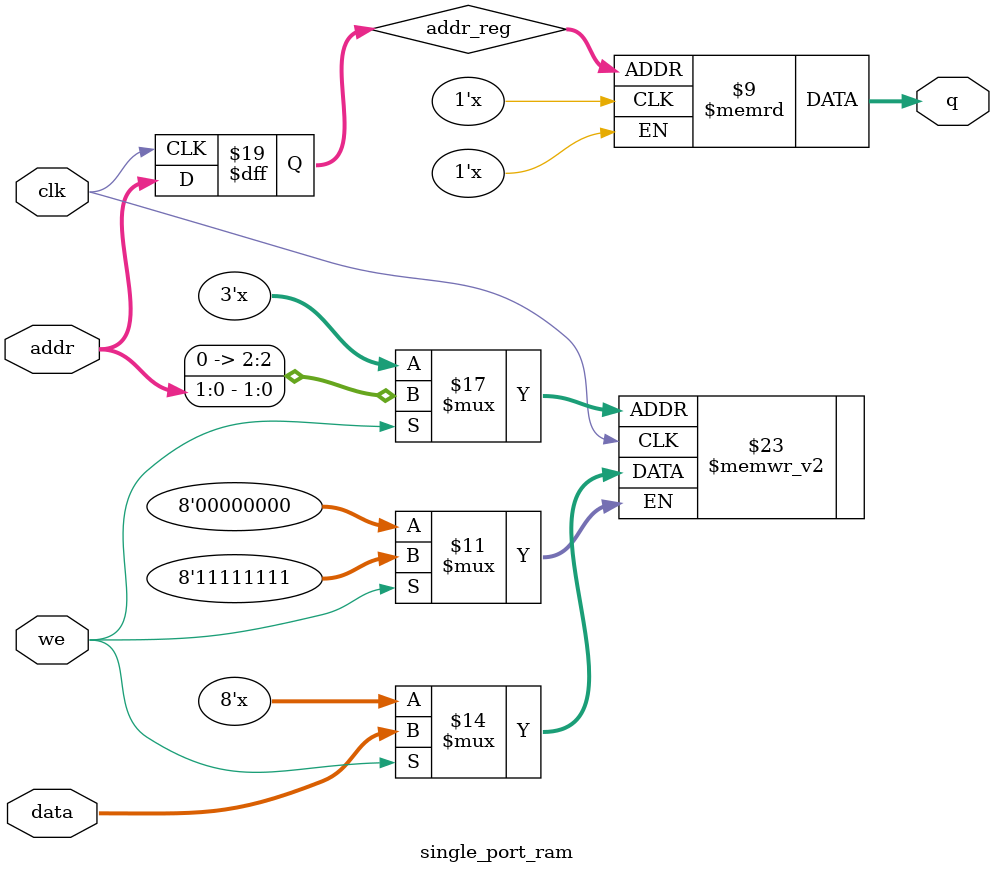
<source format=v>

module single_port_ram 
#(parameter DATA_WIDTH=8, parameter ADDR_WIDTH=6)
(
	input [(DATA_WIDTH-1):0] data,
	input [$clog2(ADDR_WIDTH)-2:0] addr,
	input we, clk,
	output [DATA_WIDTH-1:0] q
);

	// Declare the RAM variable
	reg [DATA_WIDTH-1:0] ram[ADDR_WIDTH-1:0];

	// Variable to hold the registered read address
	reg [$clog2(ADDR_WIDTH)-2:0] addr_reg;

	always @ (posedge clk)
	begin
		// Write
		if (we)
			ram[addr] <= data;

		addr_reg <= addr;
	end

	// Continuous assignment implies read returns NEW data.
	// This is the natural behavior of the TriMatrix memory
	// blocks in Single Port mode.  
	assign q = ram[addr_reg];

endmodule

</source>
